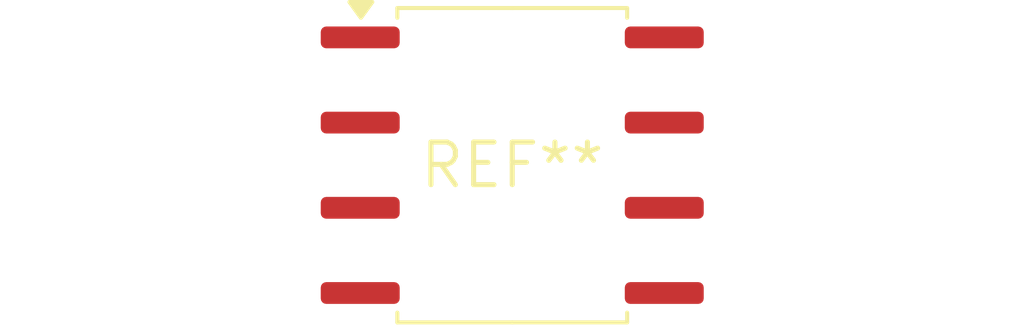
<source format=kicad_pcb>
(kicad_pcb (version 20240108) (generator pcbnew)
  (layers (0 "F.Cu" signal) (31 "B.Cu" signal) (34 "B.Paste" user) (35 "F.Paste" user) (36 "B.SilkS" user "B.Silkscreen") (37 "F.SilkS" user "F.Silkscreen") (38 "B.Mask" user) (39 "F.Mask" user) (44 "Edge.Cuts" user))
  (net 0 "")
  (footprint "SOP-8_6.62x9.15mm_P2.54mm" (layer "F.Cu") (at 0 0)
    (property "Reference" "REF**")
    (property "Value" "SOP-8_6.62x9.15mm_P2.54mm")
    (fp_line (start -3.42 -4.685) (end -3.42 -4.395) (layer "F.SilkS") (stroke (width 0.12)))
    (fp_line (start -3.42 4.685) (end -3.42 4.395) (layer "F.SilkS") (stroke (width 0.12)))
    (fp_line (start 0 -4.685) (end -3.42 -4.685) (layer "F.SilkS") (stroke (width 0.12)))
    (fp_line (start 0 -4.685) (end 3.42 -4.685) (layer "F.SilkS") (stroke (width 0.12)))
    (fp_line (start 0 4.685) (end -3.42 4.685) (layer "F.SilkS") (stroke (width 0.12)))
    (fp_line (start 0 4.685) (end 3.42 4.685) (layer "F.SilkS") (stroke (width 0.12)))
    (fp_line (start 3.42 -4.685) (end 3.42 -4.395) (layer "F.SilkS") (stroke (width 0.12)))
    (fp_line (start 3.42 4.685) (end 3.42 4.395) (layer "F.SilkS") (stroke (width 0.12)))
    (fp_poly (pts (xy -4.505 -4.395) (xy -4.845 -4.865) (xy -4.165 -4.865) (xy -4.505 -4.395)) (layer "F.SilkS") (stroke (width 0.12)) (fill solid))
    (pad "1" smd roundrect (at -4.525 -3.81) (size 2.35 0.65) (layers "F.Cu" "F.Paste" "F.Mask"))
    (pad "2" smd roundrect (at -4.525 -1.27) (size 2.35 0.65) (layers "F.Cu" "F.Paste" "F.Mask"))
    (pad "3" smd roundrect (at -4.525 1.27) (size 2.35 0.65) (layers "F.Cu" "F.Paste" "F.Mask"))
    (pad "4" smd roundrect (at -4.525 3.81) (size 2.35 0.65) (layers "F.Cu" "F.Paste" "F.Mask"))
    (pad "5" smd roundrect (at 4.525 3.81) (size 2.35 0.65) (layers "F.Cu" "F.Paste" "F.Mask"))
    (pad "6" smd roundrect (at 4.525 1.27) (size 2.35 0.65) (layers "F.Cu" "F.Paste" "F.Mask"))
    (pad "7" smd roundrect (at 4.525 -1.27) (size 2.35 0.65) (layers "F.Cu" "F.Paste" "F.Mask"))
    (pad "8" smd roundrect (at 4.525 -3.81) (size 2.35 0.65) (layers "F.Cu" "F.Paste" "F.Mask"))
  )
)
</source>
